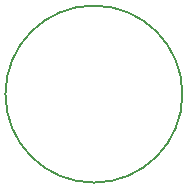
<source format=gbr>
%TF.GenerationSoftware,KiCad,Pcbnew,(5.1.12)-1*%
%TF.CreationDate,2022-08-31T11:13:05+01:00*%
%TF.ProjectId,SENS_PCB,53454e53-5f50-4434-922e-6b696361645f,rev?*%
%TF.SameCoordinates,Original*%
%TF.FileFunction,Profile,NP*%
%FSLAX46Y46*%
G04 Gerber Fmt 4.6, Leading zero omitted, Abs format (unit mm)*
G04 Created by KiCad (PCBNEW (5.1.12)-1) date 2022-08-31 11:13:05*
%MOMM*%
%LPD*%
G01*
G04 APERTURE LIST*
%TA.AperFunction,Profile*%
%ADD10C,0.150000*%
%TD*%
G04 APERTURE END LIST*
D10*
X159456666Y-103280000D02*
G75*
G03*
X159456666Y-103280000I-7496666J0D01*
G01*
M02*

</source>
